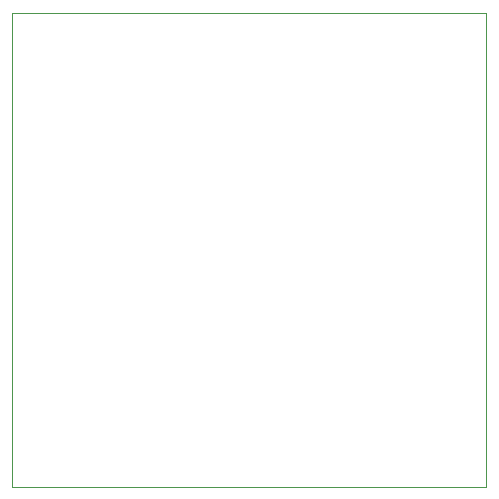
<source format=gbr>
G04 This is an RS-274x file exported by *
G04 gerbv version 2.6.1 *
G04 More information is available about gerbv at *
G04 http://gerbv.geda-project.org/ *
G04 --End of header info--*
%MOIN*%
%FSLAX34Y34*%
%IPPOS*%
G04 --Define apertures--*
%ADD10C,0.0039*%
G04 --Start main section--*
G54D10*
G01X0000101Y0000101D02*
G01X0000101Y0015899D01*
G01X0000101Y0000101D02*
G01X0015899Y0000101D01*
G01X0015899Y0015899D02*
G01X0015899Y0000101D01*
G01X0000101Y0015899D02*
G01X0015899Y0015899D01*
M02*

</source>
